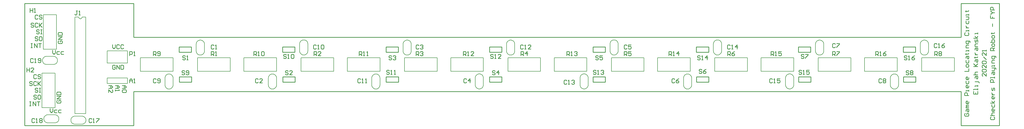
<source format=gto>
G04*
G04 #@! TF.GenerationSoftware,Altium Limited,Altium Designer,21.2.2 (38)*
G04*
G04 Layer_Color=65535*
%FSLAX25Y25*%
%MOIN*%
G70*
G04*
G04 #@! TF.SameCoordinates,B0292683-A3BF-4B68-AAF6-4A0ED23DE7E7*
G04*
G04*
G04 #@! TF.FilePolarity,Positive*
G04*
G01*
G75*
%ADD10C,0.00787*%
%ADD11C,0.01000*%
D10*
X41496Y88583D02*
X42468Y88663D01*
X43413Y88903D01*
X44307Y89294D01*
X45123Y89828D01*
X45841Y90488D01*
X46440Y91258D01*
X46904Y92116D01*
X47221Y93038D01*
X47381Y94001D01*
Y94976D01*
X47221Y95938D01*
X46904Y96860D01*
X46440Y97718D01*
X45841Y98488D01*
X45123Y99148D01*
X44307Y99682D01*
X43413Y100074D01*
X42468Y100313D01*
X41496Y100394D01*
X31496D02*
X30524Y100313D01*
X29578Y100074D01*
X28685Y99682D01*
X27869Y99148D01*
X27151Y98488D01*
X26552Y97718D01*
X26088Y96860D01*
X25771Y95938D01*
X25611Y94976D01*
Y94000D01*
X25771Y93038D01*
X26088Y92116D01*
X26552Y91258D01*
X27151Y90488D01*
X27869Y89828D01*
X28685Y89294D01*
X29578Y88903D01*
X30524Y88663D01*
X31496Y88583D01*
X77992Y157362D02*
X78182Y156405D01*
X78724Y155594D01*
X79535Y155052D01*
X80492Y154862D01*
X81449Y155052D01*
X82260Y155594D01*
X82802Y156405D01*
X82992Y157362D01*
X82677Y1969D02*
X83649Y2049D01*
X84595Y2289D01*
X85488Y2680D01*
X86304Y3214D01*
X87022Y3874D01*
X87621Y4644D01*
X88085Y5502D01*
X88402Y6424D01*
X88563Y7386D01*
Y8362D01*
X88402Y9324D01*
X88085Y10246D01*
X87621Y11104D01*
X87022Y11874D01*
X86304Y12534D01*
X85488Y13068D01*
X84595Y13460D01*
X83649Y13699D01*
X82677Y13780D01*
X72677D02*
X71705Y13699D01*
X70760Y13460D01*
X69867Y13068D01*
X69050Y12534D01*
X68332Y11874D01*
X67733Y11104D01*
X67269Y10246D01*
X66952Y9324D01*
X66792Y8362D01*
Y7386D01*
X66952Y6424D01*
X67269Y5502D01*
X67733Y4644D01*
X68332Y3874D01*
X69050Y3214D01*
X69866Y2680D01*
X70760Y2289D01*
X71705Y2049D01*
X72677Y1969D01*
X259842Y118110D02*
X259762Y119082D01*
X259523Y120028D01*
X259131Y120921D01*
X258597Y121738D01*
X257937Y122455D01*
X257167Y123054D01*
X256309Y123518D01*
X255387Y123835D01*
X254425Y123996D01*
X253449D01*
X252487Y123835D01*
X251565Y123518D01*
X250707Y123054D01*
X249937Y122455D01*
X249277Y121738D01*
X248743Y120921D01*
X248352Y120028D01*
X248112Y119082D01*
X248031Y118110D01*
Y108110D02*
X248112Y107138D01*
X248352Y106193D01*
X248743Y105299D01*
X249277Y104483D01*
X249937Y103765D01*
X250707Y103166D01*
X251565Y102702D01*
X252487Y102385D01*
X253449Y102225D01*
X254425D01*
X255387Y102385D01*
X256309Y102702D01*
X257167Y103166D01*
X257937Y103765D01*
X258597Y104483D01*
X259131Y105299D01*
X259523Y106193D01*
X259762Y107138D01*
X259842Y108110D01*
X352362Y58898D02*
X352443Y57926D01*
X352682Y56980D01*
X353074Y56087D01*
X353607Y55270D01*
X354268Y54553D01*
X355038Y53954D01*
X355895Y53490D01*
X356818Y53173D01*
X357780Y53012D01*
X358755D01*
X359717Y53173D01*
X360640Y53490D01*
X361498Y53954D01*
X362267Y54553D01*
X362928Y55270D01*
X363461Y56087D01*
X363853Y56980D01*
X364093Y57926D01*
X364173Y58898D01*
Y68898D02*
X364093Y69870D01*
X363853Y70815D01*
X363461Y71708D01*
X362928Y72525D01*
X362267Y73242D01*
X361498Y73842D01*
X360640Y74306D01*
X359717Y74622D01*
X358755Y74783D01*
X357780D01*
X356818Y74622D01*
X355895Y74306D01*
X355038Y73842D01*
X354268Y73242D01*
X353607Y72525D01*
X353074Y71708D01*
X352682Y70815D01*
X352443Y69870D01*
X352362Y68898D01*
X559055Y118110D02*
X558975Y119082D01*
X558735Y120028D01*
X558343Y120921D01*
X557810Y121738D01*
X557149Y122455D01*
X556380Y123054D01*
X555522Y123518D01*
X554599Y123835D01*
X553637Y123996D01*
X552662D01*
X551700Y123835D01*
X550777Y123518D01*
X549920Y123054D01*
X549150Y122455D01*
X548489Y121738D01*
X547956Y120921D01*
X547564Y120028D01*
X547325Y119082D01*
X547244Y118110D01*
Y108110D02*
X547325Y107138D01*
X547564Y106193D01*
X547956Y105299D01*
X548489Y104483D01*
X549150Y103765D01*
X549920Y103166D01*
X550777Y102702D01*
X551700Y102385D01*
X552662Y102225D01*
X553637D01*
X554599Y102385D01*
X555522Y102702D01*
X556380Y103166D01*
X557149Y103765D01*
X557810Y104483D01*
X558343Y105299D01*
X558735Y106193D01*
X558975Y107138D01*
X559055Y108110D01*
X651575Y59055D02*
X651655Y58083D01*
X651895Y57138D01*
X652287Y56244D01*
X652820Y55428D01*
X653481Y54710D01*
X654250Y54111D01*
X655108Y53647D01*
X656031Y53330D01*
X656993Y53170D01*
X657968D01*
X658930Y53330D01*
X659853Y53647D01*
X660710Y54111D01*
X661480Y54710D01*
X662141Y55428D01*
X662674Y56244D01*
X663066Y57138D01*
X663305Y58083D01*
X663386Y59055D01*
Y69055D02*
X663305Y70027D01*
X663066Y70973D01*
X662674Y71866D01*
X662141Y72682D01*
X661480Y73400D01*
X660710Y73999D01*
X659853Y74463D01*
X658930Y74780D01*
X657968Y74941D01*
X656993D01*
X656031Y74780D01*
X655108Y74463D01*
X654250Y73999D01*
X653481Y73400D01*
X652820Y72682D01*
X652287Y71866D01*
X651895Y70973D01*
X651655Y70027D01*
X651575Y69055D01*
X858268Y118268D02*
X858187Y119240D01*
X857948Y120185D01*
X857556Y121078D01*
X857022Y121895D01*
X856362Y122613D01*
X855592Y123212D01*
X854734Y123676D01*
X853812Y123993D01*
X852850Y124153D01*
X851875D01*
X850912Y123993D01*
X849990Y123676D01*
X849132Y123212D01*
X848363Y122613D01*
X847702Y121895D01*
X847169Y121078D01*
X846777Y120185D01*
X846537Y119240D01*
X846457Y118268D01*
Y108268D02*
X846537Y107296D01*
X846777Y106350D01*
X847169Y105457D01*
X847702Y104640D01*
X848363Y103923D01*
X849132Y103324D01*
X849990Y102860D01*
X850912Y102543D01*
X851875Y102382D01*
X852850D01*
X853812Y102543D01*
X854734Y102860D01*
X855592Y103324D01*
X856362Y103923D01*
X857022Y104640D01*
X857556Y105457D01*
X857948Y106350D01*
X858187Y107296D01*
X858268Y108268D01*
X952756Y58898D02*
X952836Y57926D01*
X953076Y56980D01*
X953468Y56087D01*
X954001Y55270D01*
X954662Y54553D01*
X955431Y53954D01*
X956289Y53490D01*
X957212Y53173D01*
X958174Y53012D01*
X959149D01*
X960111Y53173D01*
X961034Y53490D01*
X961891Y53954D01*
X962661Y54553D01*
X963322Y55270D01*
X963855Y56087D01*
X964247Y56980D01*
X964486Y57926D01*
X964567Y58898D01*
Y68898D02*
X964486Y69870D01*
X964247Y70815D01*
X963855Y71708D01*
X963322Y72525D01*
X962661Y73242D01*
X961891Y73842D01*
X961034Y74306D01*
X960111Y74622D01*
X959149Y74783D01*
X958174D01*
X957212Y74622D01*
X956289Y74306D01*
X955431Y73842D01*
X954662Y73242D01*
X954001Y72525D01*
X953468Y71708D01*
X953076Y70815D01*
X952836Y69870D01*
X952756Y68898D01*
X1143701Y108110D02*
X1143781Y107138D01*
X1144021Y106193D01*
X1144413Y105299D01*
X1144946Y104483D01*
X1145607Y103765D01*
X1146376Y103166D01*
X1147234Y102702D01*
X1148157Y102385D01*
X1149119Y102225D01*
X1150094D01*
X1151056Y102385D01*
X1151978Y102702D01*
X1152836Y103166D01*
X1153606Y103765D01*
X1154267Y104483D01*
X1154800Y105299D01*
X1155192Y106193D01*
X1155431Y107138D01*
X1155512Y108110D01*
Y118110D02*
X1155431Y119082D01*
X1155192Y120028D01*
X1154800Y120921D01*
X1154267Y121738D01*
X1153606Y122455D01*
X1152836Y123054D01*
X1151978Y123518D01*
X1151056Y123835D01*
X1150094Y123996D01*
X1149119D01*
X1148157Y123835D01*
X1147234Y123518D01*
X1146376Y123054D01*
X1145607Y122455D01*
X1144946Y121738D01*
X1144413Y120921D01*
X1144021Y120028D01*
X1143781Y119082D01*
X1143701Y118110D01*
X1263780Y68898D02*
X1263699Y69870D01*
X1263459Y70815D01*
X1263068Y71708D01*
X1262534Y72525D01*
X1261874Y73242D01*
X1261104Y73842D01*
X1260246Y74306D01*
X1259324Y74622D01*
X1258362Y74783D01*
X1257386D01*
X1256424Y74622D01*
X1255502Y74306D01*
X1254644Y73842D01*
X1253874Y73242D01*
X1253214Y72525D01*
X1252680Y71708D01*
X1252289Y70815D01*
X1252049Y69870D01*
X1251968Y68898D01*
Y58898D02*
X1252049Y57926D01*
X1252289Y56980D01*
X1252680Y56087D01*
X1253214Y55270D01*
X1253874Y54553D01*
X1254644Y53954D01*
X1255502Y53490D01*
X1256424Y53173D01*
X1257386Y53012D01*
X1258362D01*
X1259324Y53173D01*
X1260246Y53490D01*
X1261104Y53954D01*
X1261874Y54553D01*
X1262534Y55270D01*
X1263068Y56087D01*
X1263459Y56980D01*
X1263699Y57926D01*
X1263780Y58898D01*
X214567Y68898D02*
X214486Y69870D01*
X214247Y70815D01*
X213855Y71708D01*
X213322Y72525D01*
X212661Y73242D01*
X211891Y73842D01*
X211034Y74306D01*
X210111Y74622D01*
X209149Y74783D01*
X208174D01*
X207212Y74622D01*
X206289Y74306D01*
X205431Y73842D01*
X204662Y73242D01*
X204001Y72525D01*
X203468Y71708D01*
X203076Y70815D01*
X202836Y69870D01*
X202756Y68898D01*
Y58898D02*
X202836Y57926D01*
X203076Y56980D01*
X203468Y56087D01*
X204001Y55270D01*
X204662Y54553D01*
X205431Y53954D01*
X206289Y53490D01*
X207212Y53173D01*
X208174Y53012D01*
X209149D01*
X210111Y53173D01*
X211034Y53490D01*
X211891Y53954D01*
X212661Y54553D01*
X213322Y55270D01*
X213855Y56087D01*
X214247Y56980D01*
X214486Y57926D01*
X214567Y58898D01*
X397638Y108268D02*
X397718Y107296D01*
X397958Y106350D01*
X398350Y105457D01*
X398883Y104640D01*
X399544Y103923D01*
X400313Y103324D01*
X401171Y102860D01*
X402094Y102543D01*
X403056Y102382D01*
X404031D01*
X404993Y102543D01*
X405915Y102860D01*
X406773Y103324D01*
X407543Y103923D01*
X408204Y104640D01*
X408737Y105457D01*
X409129Y106350D01*
X409368Y107296D01*
X409449Y108268D01*
Y118268D02*
X409368Y119240D01*
X409129Y120185D01*
X408737Y121078D01*
X408204Y121895D01*
X407543Y122613D01*
X406773Y123212D01*
X405915Y123676D01*
X404993Y123993D01*
X404031Y124153D01*
X403056D01*
X402094Y123993D01*
X401171Y123676D01*
X400313Y123212D01*
X399544Y122613D01*
X398883Y121895D01*
X398350Y121078D01*
X397958Y120185D01*
X397718Y119240D01*
X397638Y118268D01*
X513779Y68898D02*
X513699Y69870D01*
X513460Y70815D01*
X513068Y71708D01*
X512534Y72525D01*
X511874Y73242D01*
X511104Y73842D01*
X510246Y74306D01*
X509324Y74622D01*
X508362Y74783D01*
X507386D01*
X506424Y74622D01*
X505502Y74306D01*
X504644Y73842D01*
X503874Y73242D01*
X503214Y72525D01*
X502680Y71708D01*
X502288Y70815D01*
X502049Y69870D01*
X501968Y68898D01*
Y58898D02*
X502049Y57926D01*
X502288Y56980D01*
X502680Y56087D01*
X503214Y55270D01*
X503874Y54553D01*
X504644Y53954D01*
X505502Y53490D01*
X506424Y53173D01*
X507386Y53012D01*
X508362D01*
X509324Y53173D01*
X510246Y53490D01*
X511104Y53954D01*
X511874Y54553D01*
X512534Y55270D01*
X513068Y56087D01*
X513460Y56980D01*
X513699Y57926D01*
X513779Y58898D01*
X696850Y108110D02*
X696931Y107138D01*
X697170Y106193D01*
X697562Y105299D01*
X698096Y104483D01*
X698756Y103765D01*
X699526Y103166D01*
X700384Y102702D01*
X701306Y102385D01*
X702268Y102225D01*
X703244D01*
X704206Y102385D01*
X705128Y102702D01*
X705986Y103166D01*
X706756Y103765D01*
X707416Y104483D01*
X707950Y105299D01*
X708341Y106193D01*
X708581Y107138D01*
X708661Y108110D01*
Y118110D02*
X708581Y119082D01*
X708341Y120028D01*
X707950Y120921D01*
X707416Y121738D01*
X706756Y122455D01*
X705986Y123054D01*
X705128Y123518D01*
X704206Y123835D01*
X703244Y123996D01*
X702268D01*
X701306Y123835D01*
X700384Y123518D01*
X699526Y123054D01*
X698756Y122455D01*
X698096Y121738D01*
X697562Y120921D01*
X697170Y120028D01*
X696931Y119082D01*
X696850Y118110D01*
X814961Y69055D02*
X814880Y70027D01*
X814641Y70973D01*
X814249Y71866D01*
X813715Y72682D01*
X813055Y73400D01*
X812285Y73999D01*
X811427Y74463D01*
X810505Y74780D01*
X809543Y74941D01*
X808568D01*
X807605Y74780D01*
X806683Y74463D01*
X805825Y73999D01*
X805055Y73400D01*
X804395Y72682D01*
X803861Y71866D01*
X803470Y70973D01*
X803230Y70027D01*
X803150Y69055D01*
Y59055D02*
X803230Y58083D01*
X803470Y57138D01*
X803861Y56244D01*
X804395Y55428D01*
X805055Y54710D01*
X805825Y54111D01*
X806683Y53647D01*
X807605Y53330D01*
X808567Y53170D01*
X809543D01*
X810505Y53330D01*
X811427Y53647D01*
X812285Y54111D01*
X813055Y54710D01*
X813715Y55428D01*
X814249Y56244D01*
X814641Y57138D01*
X814880Y58083D01*
X814961Y59055D01*
X996063Y108268D02*
X996144Y107296D01*
X996383Y106350D01*
X996775Y105457D01*
X997308Y104640D01*
X997969Y103923D01*
X998738Y103324D01*
X999596Y102860D01*
X1000519Y102543D01*
X1001481Y102382D01*
X1002456D01*
X1003418Y102543D01*
X1004341Y102860D01*
X1005198Y103324D01*
X1005968Y103923D01*
X1006629Y104640D01*
X1007162Y105457D01*
X1007554Y106350D01*
X1007794Y107296D01*
X1007874Y108268D01*
Y118268D02*
X1007794Y119240D01*
X1007554Y120185D01*
X1007162Y121078D01*
X1006629Y121895D01*
X1005968Y122613D01*
X1005198Y123212D01*
X1004341Y123676D01*
X1003418Y123993D01*
X1002456Y124153D01*
X1001481D01*
X1000519Y123993D01*
X999596Y123676D01*
X998738Y123212D01*
X997969Y122613D01*
X997308Y121895D01*
X996775Y121078D01*
X996383Y120185D01*
X996144Y119240D01*
X996063Y118268D01*
X1100394Y59055D02*
X1100474Y58083D01*
X1100714Y57138D01*
X1101105Y56244D01*
X1101639Y55428D01*
X1102299Y54710D01*
X1103069Y54111D01*
X1103927Y53647D01*
X1104850Y53330D01*
X1105812Y53170D01*
X1106787D01*
X1107749Y53330D01*
X1108671Y53647D01*
X1109529Y54111D01*
X1110299Y54710D01*
X1110960Y55428D01*
X1111493Y56244D01*
X1111885Y57138D01*
X1112124Y58083D01*
X1112205Y59055D01*
Y69055D02*
X1112124Y70027D01*
X1111885Y70973D01*
X1111493Y71866D01*
X1110960Y72682D01*
X1110299Y73400D01*
X1109529Y73999D01*
X1108671Y74463D01*
X1107749Y74780D01*
X1106787Y74941D01*
X1105812D01*
X1104850Y74780D01*
X1103927Y74463D01*
X1103069Y73999D01*
X1102299Y73400D01*
X1101639Y72682D01*
X1101105Y71866D01*
X1100714Y70973D01*
X1100474Y70027D01*
X1100394Y69055D01*
X1295276Y108110D02*
X1295356Y107138D01*
X1295596Y106193D01*
X1295987Y105299D01*
X1296521Y104483D01*
X1297181Y103765D01*
X1297951Y103166D01*
X1298809Y102702D01*
X1299731Y102385D01*
X1300693Y102225D01*
X1301669D01*
X1302631Y102385D01*
X1303553Y102702D01*
X1304411Y103166D01*
X1305181Y103765D01*
X1305841Y104483D01*
X1306375Y105299D01*
X1306767Y106193D01*
X1307006Y107138D01*
X1307087Y108110D01*
Y118110D02*
X1307006Y119082D01*
X1306767Y120028D01*
X1306375Y120921D01*
X1305841Y121738D01*
X1305181Y122455D01*
X1304411Y123054D01*
X1303553Y123518D01*
X1302631Y123835D01*
X1301669Y123996D01*
X1300693D01*
X1299731Y123835D01*
X1298809Y123518D01*
X1297951Y123054D01*
X1297181Y122455D01*
X1296521Y121738D01*
X1295987Y120921D01*
X1295596Y120028D01*
X1295356Y119082D01*
X1295276Y118110D01*
X33465Y15748D02*
X32493Y15667D01*
X31547Y15428D01*
X30654Y15036D01*
X29837Y14503D01*
X29120Y13842D01*
X28521Y13072D01*
X28056Y12215D01*
X27740Y11292D01*
X27579Y10330D01*
Y9355D01*
X27740Y8393D01*
X28056Y7470D01*
X28521Y6612D01*
X29120Y5843D01*
X29837Y5182D01*
X30654Y4649D01*
X31547Y4257D01*
X32493Y4018D01*
X33465Y3937D01*
X43464D02*
X44436Y4018D01*
X45382Y4257D01*
X46275Y4649D01*
X47092Y5182D01*
X47809Y5843D01*
X48408Y6612D01*
X48873Y7470D01*
X49189Y8393D01*
X49350Y9355D01*
Y10330D01*
X49189Y11292D01*
X48873Y12215D01*
X48408Y13073D01*
X47809Y13842D01*
X47092Y14503D01*
X46275Y15036D01*
X45382Y15428D01*
X44436Y15667D01*
X43464Y15748D01*
X43839Y26181D02*
Y76181D01*
X24843Y26181D02*
X43839D01*
X24843D02*
Y76181D01*
X36870D01*
X31870D02*
X43839D01*
X31496Y88583D02*
X41496D01*
X31496Y100394D02*
X41496D01*
X45965Y110827D02*
Y160827D01*
X26969Y110827D02*
X45965D01*
X26969D02*
Y160827D01*
X38996D01*
X33996D02*
X45965D01*
X72697Y17362D02*
Y157362D01*
Y17362D02*
X88110D01*
Y157362D01*
X82992D02*
X88110D01*
X72697D02*
X77992D01*
X72677Y1969D02*
X82677D01*
X72677Y13780D02*
X82677D01*
X250000Y78740D02*
Y98425D01*
X297244D01*
Y88583D02*
Y98425D01*
X250000Y78740D02*
X297244D01*
Y88583D01*
X446850Y78740D02*
Y88583D01*
X399606Y78740D02*
X446850D01*
Y88583D02*
Y98425D01*
X399606D02*
X446850D01*
X399606Y78740D02*
Y98425D01*
X549213Y78740D02*
Y98425D01*
X596457D01*
Y88583D02*
Y98425D01*
X549213Y78740D02*
X596457D01*
Y88583D01*
X746063Y78740D02*
Y88583D01*
X698819Y78740D02*
X746063D01*
Y88583D02*
Y98425D01*
X698819D02*
X746063D01*
X698819Y78740D02*
Y98425D01*
X848425Y78740D02*
Y98425D01*
X895669D01*
Y88583D02*
Y98425D01*
X848425Y78740D02*
X895669D01*
Y88583D01*
X1194882Y78740D02*
Y88583D01*
X1147638Y78740D02*
X1194882D01*
Y88583D02*
Y98425D01*
X1147638D02*
X1194882D01*
X1147638Y78740D02*
Y98425D01*
X1297244Y78740D02*
Y98425D01*
X1344488D01*
Y88583D02*
Y98425D01*
X1297244Y78740D02*
X1344488D01*
Y88583D01*
X214567Y78740D02*
Y88583D01*
X167323Y78740D02*
X214567D01*
Y88583D02*
Y98425D01*
X167323D02*
X214567D01*
X167323Y78740D02*
Y98425D01*
X316929Y78740D02*
Y98425D01*
X364173D01*
Y88583D02*
Y98425D01*
X316929Y78740D02*
X364173D01*
Y88583D01*
X513780Y78740D02*
Y88583D01*
X466535Y78740D02*
X513780D01*
Y88583D02*
Y98425D01*
X466535D02*
X513780D01*
X466535Y78740D02*
Y98425D01*
X616142Y78740D02*
Y98425D01*
X663386D01*
Y88583D02*
Y98425D01*
X616142Y78740D02*
X663386D01*
Y88583D01*
X812992Y78740D02*
Y88583D01*
X765748Y78740D02*
X812992D01*
Y88583D02*
Y98425D01*
X765748D02*
X812992D01*
X765748Y78740D02*
Y98425D01*
X915354Y78740D02*
Y98425D01*
X962598D01*
Y88583D02*
Y98425D01*
X915354Y78740D02*
X962598D01*
Y88583D01*
X1112205Y78740D02*
Y88583D01*
X1064961Y78740D02*
X1112205D01*
Y88583D02*
Y98425D01*
X1064961D02*
X1112205D01*
X1064961Y78740D02*
Y98425D01*
X1214567Y78740D02*
Y98425D01*
X1261811D01*
Y88583D02*
Y98425D01*
X1214567Y78740D02*
X1261811D01*
Y88583D01*
X1045276Y78740D02*
Y88583D01*
X998032Y78740D02*
X1045276D01*
Y88583D02*
Y98425D01*
X998032D02*
X1045276D01*
X998032Y78740D02*
Y98425D01*
X259843Y108110D02*
Y118110D01*
X248032Y108110D02*
Y118110D01*
X352362Y58898D02*
Y68898D01*
X364173Y58898D02*
Y68898D01*
X559055Y108110D02*
Y118110D01*
X547244Y108110D02*
Y118110D01*
X651575Y59055D02*
Y69055D01*
X663386Y59055D02*
Y69055D01*
X858268Y108268D02*
Y118268D01*
X846457Y108268D02*
Y118268D01*
X952756Y58898D02*
Y68898D01*
X964567Y58898D02*
Y68898D01*
X1143701Y108110D02*
Y118110D01*
X1155512Y108110D02*
Y118110D01*
X1263780Y58898D02*
Y68898D01*
X1251969Y58898D02*
Y68898D01*
X214567Y58898D02*
Y68898D01*
X202756Y58898D02*
Y68898D01*
X397638Y108268D02*
Y118268D01*
X409449Y108268D02*
Y118268D01*
X513780Y58898D02*
Y68898D01*
X501969Y58898D02*
Y68898D01*
X696850Y108110D02*
Y118110D01*
X708661Y108110D02*
Y118110D01*
X814961Y59055D02*
Y69055D01*
X803150Y59055D02*
Y69055D01*
X996063Y108268D02*
Y118268D01*
X1007874Y108268D02*
Y118268D01*
X1100394Y59055D02*
Y69055D01*
X1112205Y59055D02*
Y69055D01*
X1295276Y108110D02*
Y118110D01*
X1307087Y108110D02*
Y118110D01*
X33465Y15748D02*
X43465D01*
X33465Y3937D02*
X43465D01*
X119094Y61024D02*
X148622D01*
X119094D02*
Y68898D01*
X148622D01*
Y61024D02*
Y68898D01*
Y61024D02*
Y62500D01*
Y90551D02*
Y101870D01*
Y96949D02*
Y108268D01*
X119094Y90551D02*
Y108268D01*
Y90551D02*
X148622D01*
X119094Y108268D02*
X148622D01*
D11*
X223346Y106299D02*
Y114173D01*
Y106299D02*
X241063D01*
Y114173D01*
X223346D02*
X241063D01*
X373110Y62992D02*
X390827D01*
X373110D02*
Y70866D01*
X390827D01*
Y62992D02*
Y70866D01*
X522559Y106299D02*
Y114173D01*
Y106299D02*
X540276D01*
Y114173D01*
X522559D02*
X540276D01*
X672323Y62992D02*
X690039D01*
X672323D02*
Y70866D01*
X690039D01*
Y62992D02*
Y70866D01*
X821772Y106299D02*
Y114173D01*
Y106299D02*
X839488D01*
Y114173D01*
X821772D02*
X839488D01*
X971535Y62992D02*
X989252D01*
X971535D02*
Y70866D01*
X989252D01*
Y62992D02*
Y70866D01*
X1119016Y106299D02*
Y114173D01*
Y106299D02*
X1136732D01*
Y114173D01*
X1119016D02*
X1136732D01*
X1270748Y62992D02*
X1288465D01*
X1270748D02*
Y70866D01*
X1288465D01*
Y62992D02*
Y70866D01*
X241220Y62992D02*
Y70866D01*
X223504D02*
X241220D01*
X223504Y62992D02*
Y70866D01*
Y62992D02*
X241220D01*
X372953Y114173D02*
X390669D01*
Y106299D02*
Y114173D01*
X372953Y106299D02*
X390669D01*
X372953D02*
Y114173D01*
X540433Y62992D02*
Y70866D01*
X522717D02*
X540433D01*
X522717Y62992D02*
Y70866D01*
Y62992D02*
X540433D01*
X672165Y114173D02*
X689882D01*
Y106299D02*
Y114173D01*
X672165Y106299D02*
X689882D01*
X672165D02*
Y114173D01*
X839646Y62992D02*
Y70866D01*
X821929D02*
X839646D01*
X821929Y62992D02*
Y70866D01*
Y62992D02*
X839646D01*
X971378Y114173D02*
X989094D01*
Y106299D02*
Y114173D01*
X971378Y106299D02*
X989094D01*
X971378D02*
Y114173D01*
X1136890Y62992D02*
Y70866D01*
X1119173D02*
X1136890D01*
X1119173Y62992D02*
Y70866D01*
Y62992D02*
X1136890D01*
X1270591Y114173D02*
X1288307D01*
Y106299D02*
Y114173D01*
X1270591Y106299D02*
X1288307D01*
X1270591D02*
Y114173D01*
X157480Y127953D02*
Y177165D01*
X0D02*
X157480D01*
X0Y0D02*
Y177165D01*
Y0D02*
X157480D01*
Y49213D01*
X1354331D01*
Y0D02*
Y49213D01*
Y0D02*
X1409449D01*
Y177165D01*
X1354331D02*
X1409449D01*
X1354331Y127953D02*
Y177165D01*
X157480Y127953D02*
X1354331D01*
X126984Y117234D02*
Y113236D01*
X128984Y111236D01*
X130983Y113236D01*
Y117234D01*
X136981Y116235D02*
X135981Y117234D01*
X133982D01*
X132982Y116235D01*
Y112236D01*
X133982Y111236D01*
X135981D01*
X136981Y112236D01*
X142979Y116235D02*
X141979Y117234D01*
X139980D01*
X138980Y116235D01*
Y112236D01*
X139980Y111236D01*
X141979D01*
X142979Y112236D01*
X2876Y83708D02*
Y77710D01*
Y80709D01*
X6874D01*
Y83708D01*
Y77710D01*
X12872D02*
X8874D01*
X12872Y81708D01*
Y82708D01*
X11873Y83708D01*
X9873D01*
X8874Y82708D01*
X6905Y34557D02*
X8905D01*
X7905D01*
Y28559D01*
X6905D01*
X8905D01*
X11904D02*
Y34557D01*
X15903Y28559D01*
Y34557D01*
X17902D02*
X21901D01*
X19901D01*
Y28559D01*
X16810Y43400D02*
X15810Y44400D01*
X13811D01*
X12811Y43400D01*
Y42400D01*
X13811Y41401D01*
X15810D01*
X16810Y40401D01*
Y39401D01*
X15810Y38402D01*
X13811D01*
X12811Y39401D01*
X21808Y44400D02*
X19809D01*
X18809Y43400D01*
Y39401D01*
X19809Y38402D01*
X21808D01*
X22808Y39401D01*
Y43400D01*
X21808Y44400D01*
X36433Y24715D02*
Y20716D01*
X38432Y18717D01*
X40432Y20716D01*
Y24715D01*
X46430Y22715D02*
X43431D01*
X42431Y21716D01*
Y19716D01*
X43431Y18717D01*
X46430D01*
X52428Y22715D02*
X49429D01*
X48429Y21716D01*
Y19716D01*
X49429Y18717D01*
X52428D01*
X47151Y36810D02*
X46152Y35810D01*
Y33811D01*
X47151Y32811D01*
X51150D01*
X52150Y33811D01*
Y35810D01*
X51150Y36810D01*
X49151D01*
Y34810D01*
X52150Y38809D02*
X46152D01*
X52150Y42808D01*
X46152D01*
Y44807D02*
X52150D01*
Y47806D01*
X51150Y48806D01*
X47151D01*
X46152Y47806D01*
Y44807D01*
X16810Y72927D02*
X15810Y73927D01*
X13811D01*
X12811Y72927D01*
Y68929D01*
X13811Y67929D01*
X15810D01*
X16810Y68929D01*
X22808Y72927D02*
X21808Y73927D01*
X19809D01*
X18809Y72927D01*
Y71928D01*
X19809Y70928D01*
X21808D01*
X22808Y69928D01*
Y68929D01*
X21808Y67929D01*
X19809D01*
X18809Y68929D01*
X10904Y63085D02*
X9905Y64085D01*
X7905D01*
X6905Y63085D01*
Y62085D01*
X7905Y61086D01*
X9905D01*
X10904Y60086D01*
Y59086D01*
X9905Y58087D01*
X7905D01*
X6905Y59086D01*
X16902Y63085D02*
X15903Y64085D01*
X13903D01*
X12904Y63085D01*
Y59086D01*
X13903Y58087D01*
X15903D01*
X16902Y59086D01*
X18902Y64085D02*
Y58087D01*
Y60086D01*
X22900Y64085D01*
X19901Y61086D01*
X22900Y58087D01*
X18778Y53242D02*
X17779Y54242D01*
X15779D01*
X14780Y53242D01*
Y52243D01*
X15779Y51243D01*
X17779D01*
X18778Y50243D01*
Y49244D01*
X17779Y48244D01*
X15779D01*
X14780Y49244D01*
X20778Y54242D02*
X22777D01*
X21777D01*
Y48244D01*
X20778D01*
X22777D01*
X12249Y96487D02*
X11249Y97487D01*
X9250D01*
X8250Y96487D01*
Y92489D01*
X9250Y91489D01*
X11249D01*
X12249Y92489D01*
X14248Y91489D02*
X16248D01*
X15248D01*
Y97487D01*
X14248Y96487D01*
X19247Y92489D02*
X20246Y91489D01*
X22246D01*
X23246Y92489D01*
Y96487D01*
X22246Y97487D01*
X20246D01*
X19247Y96487D01*
Y95488D01*
X20246Y94488D01*
X23246D01*
X7700Y170198D02*
Y164200D01*
Y167199D01*
X11699D01*
Y170198D01*
Y164200D01*
X13698D02*
X15697D01*
X14698D01*
Y170198D01*
X13698Y169198D01*
X8874Y119203D02*
X10873D01*
X9874D01*
Y113205D01*
X8874D01*
X10873D01*
X13872D02*
Y119203D01*
X17871Y113205D01*
Y119203D01*
X19871D02*
X23869D01*
X21870D01*
Y113205D01*
X18778Y128046D02*
X17779Y129045D01*
X15779D01*
X14780Y128046D01*
Y127046D01*
X15779Y126046D01*
X17779D01*
X18778Y125047D01*
Y124047D01*
X17779Y123047D01*
X15779D01*
X14780Y124047D01*
X23777Y129045D02*
X21777D01*
X20778Y128046D01*
Y124047D01*
X21777Y123047D01*
X23777D01*
X24776Y124047D01*
Y128046D01*
X23777Y129045D01*
X40370Y109360D02*
Y105362D01*
X42369Y103362D01*
X44369Y105362D01*
Y109360D01*
X50367Y107361D02*
X47368D01*
X46368Y106361D01*
Y104362D01*
X47368Y103362D01*
X50367D01*
X56365Y107361D02*
X53366D01*
X52366Y106361D01*
Y104362D01*
X53366Y103362D01*
X56365D01*
X49120Y123109D02*
X48120Y122109D01*
Y120110D01*
X49120Y119110D01*
X53118D01*
X54118Y120110D01*
Y122109D01*
X53118Y123109D01*
X51119D01*
Y121110D01*
X54118Y125108D02*
X48120D01*
X54118Y129107D01*
X48120D01*
Y131106D02*
X54118D01*
Y134105D01*
X53118Y135105D01*
X49120D01*
X48120Y134105D01*
Y131106D01*
X18778Y159542D02*
X17779Y160541D01*
X15779D01*
X14780Y159542D01*
Y155543D01*
X15779Y154543D01*
X17779D01*
X18778Y155543D01*
X24776Y159542D02*
X23777Y160541D01*
X21777D01*
X20778Y159542D01*
Y158542D01*
X21777Y157542D01*
X23777D01*
X24776Y156543D01*
Y155543D01*
X23777Y154543D01*
X21777D01*
X20778Y155543D01*
X12873Y147731D02*
X11873Y148730D01*
X9874D01*
X8874Y147731D01*
Y146731D01*
X9874Y145731D01*
X11873D01*
X12873Y144732D01*
Y143732D01*
X11873Y142732D01*
X9874D01*
X8874Y143732D01*
X18871Y147731D02*
X17871Y148730D01*
X15872D01*
X14872Y147731D01*
Y143732D01*
X15872Y142732D01*
X17871D01*
X18871Y143732D01*
X20870Y148730D02*
Y142732D01*
Y144732D01*
X24869Y148730D01*
X21870Y145731D01*
X24869Y142732D01*
X20747Y137888D02*
X19747Y138888D01*
X17748D01*
X16748Y137888D01*
Y136889D01*
X17748Y135889D01*
X19747D01*
X20747Y134889D01*
Y133889D01*
X19747Y132890D01*
X17748D01*
X16748Y133889D01*
X22746Y138888D02*
X24745D01*
X23746D01*
Y132890D01*
X22746D01*
X24745D01*
X96737Y9480D02*
X95738Y10479D01*
X93738D01*
X92739Y9480D01*
Y5481D01*
X93738Y4481D01*
X95738D01*
X96737Y5481D01*
X98737Y4481D02*
X100736D01*
X99736D01*
Y10479D01*
X98737Y9480D01*
X103735Y10479D02*
X107734D01*
Y9480D01*
X103735Y5481D01*
Y4481D01*
X121079Y58055D02*
X125077D01*
X127077Y56056D01*
X125077Y54056D01*
X121079D01*
X124078D01*
Y58055D01*
X121079Y48058D02*
Y52057D01*
X125077Y48058D01*
X126077D01*
X127077Y49058D01*
Y51057D01*
X126077Y52057D01*
X130921Y58055D02*
X134920D01*
X136919Y56056D01*
X134920Y54056D01*
X130921D01*
X133920D01*
Y58055D01*
X130921Y52057D02*
Y50058D01*
Y51057D01*
X136919D01*
X135920Y52057D01*
X140764Y58055D02*
X144763D01*
X146762Y56056D01*
X144763Y54056D01*
X140764D01*
X143763D01*
Y58055D01*
X145762Y52057D02*
X146762Y51057D01*
Y49058D01*
X145762Y48058D01*
X141763D01*
X140764Y49058D01*
Y51057D01*
X141763Y52057D01*
X145762D01*
X130983Y86707D02*
X129983Y87707D01*
X127984D01*
X126984Y86707D01*
Y82708D01*
X127984Y81709D01*
X129983D01*
X130983Y82708D01*
Y84708D01*
X128984D01*
X132982Y81709D02*
Y87707D01*
X136981Y81709D01*
Y87707D01*
X138980D02*
Y81709D01*
X141979D01*
X142979Y82708D01*
Y86707D01*
X141979Y87707D01*
X138980D01*
X151513Y101332D02*
Y107330D01*
X154512D01*
X155512Y106330D01*
Y104331D01*
X154512Y103331D01*
X151513D01*
X157511Y101332D02*
X159511D01*
X158511D01*
Y107330D01*
X157511Y106330D01*
X151513Y61962D02*
Y65960D01*
X153513Y67960D01*
X155512Y65960D01*
Y61962D01*
Y64961D01*
X151513D01*
X157511Y61962D02*
X159511D01*
X158511D01*
Y67960D01*
X157511Y66960D01*
X1360112Y17871D02*
X1359113Y16871D01*
Y14872D01*
X1360112Y13872D01*
X1364111D01*
X1365111Y14872D01*
Y16871D01*
X1364111Y17871D01*
X1362112D01*
Y15872D01*
X1361112Y20870D02*
Y22870D01*
X1362112Y23869D01*
X1365111D01*
Y20870D01*
X1364111Y19871D01*
X1363111Y20870D01*
Y23869D01*
X1365111Y25868D02*
X1361112D01*
Y26868D01*
X1362112Y27868D01*
X1365111D01*
X1362112D01*
X1361112Y28868D01*
X1362112Y29867D01*
X1365111D01*
Y34866D02*
Y32866D01*
X1364111Y31867D01*
X1362112D01*
X1361112Y32866D01*
Y34866D01*
X1362112Y35865D01*
X1363111D01*
Y31867D01*
X1365111Y43863D02*
X1359113D01*
Y46862D01*
X1360112Y47861D01*
X1362112D01*
X1363111Y46862D01*
Y43863D01*
X1365111Y49861D02*
Y51860D01*
Y50860D01*
X1361112D01*
Y49861D01*
X1365111Y57858D02*
Y55859D01*
X1364111Y54859D01*
X1362112D01*
X1361112Y55859D01*
Y57858D01*
X1362112Y58858D01*
X1363111D01*
Y54859D01*
X1361112Y64856D02*
Y61857D01*
X1362112Y60857D01*
X1364111D01*
X1365111Y61857D01*
Y64856D01*
Y69854D02*
Y67855D01*
X1364111Y66855D01*
X1362112D01*
X1361112Y67855D01*
Y69854D01*
X1362112Y70854D01*
X1363111D01*
Y66855D01*
X1359113Y78851D02*
X1365111D01*
Y82850D01*
Y85849D02*
Y87849D01*
X1364111Y88848D01*
X1362112D01*
X1361112Y87849D01*
Y85849D01*
X1362112Y84850D01*
X1364111D01*
X1365111Y85849D01*
X1361112Y94846D02*
Y91847D01*
X1362112Y90847D01*
X1364111D01*
X1365111Y91847D01*
Y94846D01*
X1361112Y97845D02*
Y99845D01*
X1362112Y100844D01*
X1365111D01*
Y97845D01*
X1364111Y96846D01*
X1363111Y97845D01*
Y100844D01*
X1360112Y103843D02*
X1361112D01*
Y102844D01*
Y104843D01*
Y103843D01*
X1364111D01*
X1365111Y104843D01*
Y107842D02*
Y109841D01*
Y108842D01*
X1361112D01*
Y107842D01*
X1365111Y112840D02*
X1361112D01*
Y115839D01*
X1362112Y116839D01*
X1365111D01*
X1367110Y120838D02*
Y121837D01*
X1366111Y122837D01*
X1361112D01*
Y119838D01*
X1362112Y118838D01*
X1364111D01*
X1365111Y119838D01*
Y122837D01*
X1360112Y134833D02*
X1359113Y133834D01*
Y131834D01*
X1360112Y130835D01*
X1364111D01*
X1365111Y131834D01*
Y133834D01*
X1364111Y134833D01*
X1365111Y136833D02*
Y138832D01*
Y137832D01*
X1361112D01*
Y136833D01*
Y141831D02*
X1365111D01*
X1363111D01*
X1362112Y142831D01*
X1361112Y143830D01*
Y144830D01*
Y151828D02*
Y148829D01*
X1362112Y147829D01*
X1364111D01*
X1365111Y148829D01*
Y151828D01*
X1361112Y153827D02*
X1364111D01*
X1365111Y154827D01*
Y157826D01*
X1361112D01*
X1365111Y159825D02*
Y161825D01*
Y160825D01*
X1361112D01*
Y159825D01*
X1360112Y165823D02*
X1361112D01*
Y164824D01*
Y166823D01*
Y165823D01*
X1364111D01*
X1365111Y166823D01*
X1390732Y75865D02*
Y71866D01*
X1386734Y75865D01*
X1385734D01*
X1384734Y74865D01*
Y72866D01*
X1385734Y71866D01*
Y77864D02*
X1384734Y78864D01*
Y80863D01*
X1385734Y81863D01*
X1389733D01*
X1390732Y80863D01*
Y78864D01*
X1389733Y77864D01*
X1385734D01*
X1390732Y87861D02*
Y83862D01*
X1386734Y87861D01*
X1385734D01*
X1384734Y86861D01*
Y84862D01*
X1385734Y83862D01*
Y89860D02*
X1384734Y90860D01*
Y92859D01*
X1385734Y93859D01*
X1389733D01*
X1390732Y92859D01*
Y90860D01*
X1389733Y89860D01*
X1385734D01*
X1390732Y95858D02*
X1386734Y99857D01*
X1390732Y105855D02*
Y101856D01*
X1386734Y105855D01*
X1385734D01*
X1384734Y104856D01*
Y102856D01*
X1385734Y101856D01*
X1390732Y107854D02*
Y109854D01*
Y108854D01*
X1384734D01*
X1385734Y107854D01*
X1397514Y12873D02*
X1396514Y11873D01*
Y9874D01*
X1397514Y8874D01*
X1401513D01*
X1402512Y9874D01*
Y11873D01*
X1401513Y12873D01*
X1396514Y14872D02*
X1402512D01*
X1399513D01*
X1398514Y15872D01*
Y17871D01*
X1399513Y18871D01*
X1402512D01*
Y23869D02*
Y21870D01*
X1401513Y20870D01*
X1399513D01*
X1398514Y21870D01*
Y23869D01*
X1399513Y24869D01*
X1400513D01*
Y20870D01*
X1398514Y30867D02*
Y27868D01*
X1399513Y26868D01*
X1401513D01*
X1402512Y27868D01*
Y30867D01*
Y32866D02*
X1396514D01*
X1400513D02*
X1398514Y35865D01*
X1400513Y32866D02*
X1402512Y35865D01*
Y41863D02*
Y39864D01*
X1401513Y38864D01*
X1399513D01*
X1398514Y39864D01*
Y41863D01*
X1399513Y42863D01*
X1400513D01*
Y38864D01*
X1398514Y44862D02*
X1402512D01*
X1400513D01*
X1399513Y45862D01*
X1398514Y46862D01*
Y47861D01*
X1402512Y50860D02*
Y53860D01*
X1401513Y54859D01*
X1400513Y53860D01*
Y51860D01*
X1399513Y50860D01*
X1398514Y51860D01*
Y54859D01*
X1402512Y62857D02*
X1396514D01*
Y65856D01*
X1397514Y66855D01*
X1399513D01*
X1400513Y65856D01*
Y62857D01*
X1402512Y68855D02*
Y70854D01*
Y69854D01*
X1396514D01*
Y68855D01*
X1398514Y74853D02*
Y76852D01*
X1399513Y77852D01*
X1402512D01*
Y74853D01*
X1401513Y73853D01*
X1400513Y74853D01*
Y77852D01*
X1398514Y79851D02*
X1401513D01*
X1402512Y80851D01*
Y83850D01*
X1403512D01*
X1404512Y82850D01*
Y81850D01*
X1402512Y83850D02*
X1398514D01*
X1402512Y85849D02*
Y87849D01*
Y86849D01*
X1398514D01*
Y85849D01*
X1402512Y90847D02*
X1398514D01*
Y93846D01*
X1399513Y94846D01*
X1402512D01*
X1404512Y98845D02*
Y99845D01*
X1403512Y100844D01*
X1398514D01*
Y97845D01*
X1399513Y96846D01*
X1401513D01*
X1402512Y97845D01*
Y100844D01*
Y108842D02*
X1396514D01*
Y111841D01*
X1397514Y112840D01*
X1399513D01*
X1400513Y111841D01*
Y108842D01*
Y110841D02*
X1402512Y112840D01*
Y115839D02*
Y117839D01*
X1401513Y118838D01*
X1399513D01*
X1398514Y117839D01*
Y115839D01*
X1399513Y114840D01*
X1401513D01*
X1402512Y115839D01*
X1396514Y120838D02*
X1402512D01*
Y123837D01*
X1401513Y124837D01*
X1400513D01*
X1399513D01*
X1398514Y123837D01*
Y120838D01*
X1402512Y127836D02*
Y129835D01*
X1401513Y130835D01*
X1399513D01*
X1398514Y129835D01*
Y127836D01*
X1399513Y126836D01*
X1401513D01*
X1402512Y127836D01*
X1397514Y133834D02*
X1398514D01*
Y132834D01*
Y134833D01*
Y133834D01*
X1401513D01*
X1402512Y134833D01*
X1399513Y143830D02*
Y147829D01*
X1396514Y159825D02*
Y155826D01*
X1399513D01*
Y157826D01*
Y155826D01*
X1402512D01*
X1396514Y161825D02*
X1397514D01*
X1399513Y163824D01*
X1397514Y165823D01*
X1396514D01*
X1399513Y163824D02*
X1402512D01*
Y167823D02*
X1396514D01*
Y170822D01*
X1397514Y171821D01*
X1399513D01*
X1400513Y170822D01*
Y167823D01*
X1372246Y49861D02*
Y45862D01*
X1378244D01*
Y49861D01*
X1375245Y45862D02*
Y47861D01*
X1378244Y51860D02*
Y53860D01*
Y52860D01*
X1372246D01*
Y51860D01*
X1378244Y56858D02*
Y58858D01*
Y57858D01*
X1374246D01*
Y56858D01*
X1380244Y61857D02*
Y62857D01*
X1379244Y63856D01*
X1374246D01*
Y68855D02*
Y70854D01*
X1375245Y71854D01*
X1378244D01*
Y68855D01*
X1377245Y67855D01*
X1376245Y68855D01*
Y71854D01*
X1372246Y73853D02*
X1378244D01*
X1375245D01*
X1374246Y74853D01*
Y76852D01*
X1375245Y77852D01*
X1378244D01*
X1372246Y85849D02*
X1378244D01*
X1376245D01*
X1372246Y89848D01*
X1375245Y86849D01*
X1378244Y89848D01*
X1374246Y92847D02*
Y94846D01*
X1375245Y95846D01*
X1378244D01*
Y92847D01*
X1377245Y91847D01*
X1376245Y92847D01*
Y95846D01*
X1373246Y98845D02*
X1374246D01*
Y97845D01*
Y99845D01*
Y98845D01*
X1377245D01*
X1378244Y99845D01*
X1374246Y102844D02*
X1378244D01*
X1376245D01*
X1375245Y103843D01*
X1374246Y104843D01*
Y105843D01*
Y109841D02*
Y111841D01*
X1375245Y112840D01*
X1378244D01*
Y109841D01*
X1377245Y108842D01*
X1376245Y109841D01*
Y112840D01*
X1378244Y114840D02*
X1374246D01*
Y117839D01*
X1375245Y118838D01*
X1378244D01*
Y120838D02*
Y123837D01*
X1377245Y124837D01*
X1376245Y123837D01*
Y121837D01*
X1375245Y120838D01*
X1374246Y121837D01*
Y124837D01*
X1378244Y126836D02*
X1372246D01*
X1376245D02*
X1374246Y129835D01*
X1376245Y126836D02*
X1378244Y129835D01*
Y132834D02*
Y134833D01*
Y133834D01*
X1374246D01*
Y132834D01*
X14375Y9542D02*
X13375Y10541D01*
X11376D01*
X10376Y9542D01*
Y5543D01*
X11376Y4543D01*
X13375D01*
X14375Y5543D01*
X16375Y4543D02*
X18374D01*
X17374D01*
Y10541D01*
X16375Y9542D01*
X21373D02*
X22373Y10541D01*
X24372D01*
X25372Y9542D01*
Y8542D01*
X24372Y7542D01*
X25372Y6543D01*
Y5543D01*
X24372Y4543D01*
X22373D01*
X21373Y5543D01*
Y6543D01*
X22373Y7542D01*
X21373Y8542D01*
Y9542D01*
X22373Y7542D02*
X24372D01*
X1319336Y118141D02*
X1318336Y119141D01*
X1316337D01*
X1315337Y118141D01*
Y114142D01*
X1316337Y113143D01*
X1318336D01*
X1319336Y114142D01*
X1321335Y113143D02*
X1323335D01*
X1322335D01*
Y119141D01*
X1321335Y118141D01*
X1330332Y119141D02*
X1328333Y118141D01*
X1326334Y116142D01*
Y114142D01*
X1327333Y113143D01*
X1329333D01*
X1330332Y114142D01*
Y115142D01*
X1329333Y116142D01*
X1326334D01*
X1081147Y66960D02*
X1080147Y67960D01*
X1078148D01*
X1077148Y66960D01*
Y62961D01*
X1078148Y61962D01*
X1080147D01*
X1081147Y62961D01*
X1083146Y61962D02*
X1085145D01*
X1084146D01*
Y67960D01*
X1083146Y66960D01*
X1092143Y67960D02*
X1088144D01*
Y64961D01*
X1090144Y65960D01*
X1091144D01*
X1092143Y64961D01*
Y62961D01*
X1091144Y61962D01*
X1089144D01*
X1088144Y62961D01*
X1020123Y116173D02*
X1019123Y117172D01*
X1017124D01*
X1016125Y116173D01*
Y112174D01*
X1017124Y111174D01*
X1019123D01*
X1020123Y112174D01*
X1022122Y111174D02*
X1024122D01*
X1023122D01*
Y117172D01*
X1022122Y116173D01*
X1030120Y111174D02*
Y117172D01*
X1027121Y114173D01*
X1031120D01*
X783903Y64991D02*
X782903Y65991D01*
X780904D01*
X779904Y64991D01*
Y60993D01*
X780904Y59993D01*
X782903D01*
X783903Y60993D01*
X785902Y59993D02*
X787901D01*
X786902D01*
Y65991D01*
X785902Y64991D01*
X790900D02*
X791900Y65991D01*
X793899D01*
X794899Y64991D01*
Y63992D01*
X793899Y62992D01*
X792900D01*
X793899D01*
X794899Y61992D01*
Y60993D01*
X793899Y59993D01*
X791900D01*
X790900Y60993D01*
X720911Y116173D02*
X719911Y117172D01*
X717912D01*
X716912Y116173D01*
Y112174D01*
X717912Y111174D01*
X719911D01*
X720911Y112174D01*
X722910Y111174D02*
X724909D01*
X723910D01*
Y117172D01*
X722910Y116173D01*
X731907Y111174D02*
X727908D01*
X731907Y115173D01*
Y116173D01*
X730907Y117172D01*
X728908D01*
X727908Y116173D01*
X485690Y66960D02*
X484690Y67960D01*
X482691D01*
X481691Y66960D01*
Y62961D01*
X482691Y61962D01*
X484690D01*
X485690Y62961D01*
X487689Y61962D02*
X489688D01*
X488689D01*
Y67960D01*
X487689Y66960D01*
X492688Y61962D02*
X494687D01*
X493687D01*
Y67960D01*
X492688Y66960D01*
X421698Y116173D02*
X420698Y117172D01*
X418699D01*
X417699Y116173D01*
Y112174D01*
X418699Y111174D01*
X420698D01*
X421698Y112174D01*
X423697Y111174D02*
X425697D01*
X424697D01*
Y117172D01*
X423697Y116173D01*
X428696D02*
X429695Y117172D01*
X431695D01*
X432694Y116173D01*
Y112174D01*
X431695Y111174D01*
X429695D01*
X428696Y112174D01*
Y116173D01*
X189945Y66960D02*
X188945Y67960D01*
X186946D01*
X185947Y66960D01*
Y62961D01*
X186946Y61962D01*
X188945D01*
X189945Y62961D01*
X191945D02*
X192944Y61962D01*
X194944D01*
X195943Y62961D01*
Y66960D01*
X194944Y67960D01*
X192944D01*
X191945Y66960D01*
Y65960D01*
X192944Y64961D01*
X195943D01*
X1239158Y66960D02*
X1238158Y67960D01*
X1236159D01*
X1235159Y66960D01*
Y62961D01*
X1236159Y61962D01*
X1238158D01*
X1239158Y62961D01*
X1241157Y66960D02*
X1242157Y67960D01*
X1244156D01*
X1245156Y66960D01*
Y65960D01*
X1244156Y64961D01*
X1245156Y63961D01*
Y62961D01*
X1244156Y61962D01*
X1242157D01*
X1241157Y62961D01*
Y63961D01*
X1242157Y64961D01*
X1241157Y65960D01*
Y66960D01*
X1242157Y64961D02*
X1244156D01*
X1172229Y118141D02*
X1171229Y119141D01*
X1169230D01*
X1168230Y118141D01*
Y114142D01*
X1169230Y113143D01*
X1171229D01*
X1172229Y114142D01*
X1174228Y119141D02*
X1178227D01*
Y118141D01*
X1174228Y114142D01*
Y113143D01*
X939945Y66960D02*
X938945Y67960D01*
X936946D01*
X935946Y66960D01*
Y62961D01*
X936946Y61962D01*
X938945D01*
X939945Y62961D01*
X945943Y67960D02*
X943944Y66960D01*
X941945Y64961D01*
Y62961D01*
X942944Y61962D01*
X944944D01*
X945943Y62961D01*
Y63961D01*
X944944Y64961D01*
X941945D01*
X871048Y116173D02*
X870048Y117172D01*
X868048D01*
X867049Y116173D01*
Y112174D01*
X868048Y111174D01*
X870048D01*
X871048Y112174D01*
X877046Y117172D02*
X873047D01*
Y114173D01*
X875046Y115173D01*
X876046D01*
X877046Y114173D01*
Y112174D01*
X876046Y111174D01*
X874047D01*
X873047Y112174D01*
X638764Y66960D02*
X637764Y67960D01*
X635765D01*
X634765Y66960D01*
Y62961D01*
X635765Y61962D01*
X637764D01*
X638764Y62961D01*
X643762Y61962D02*
Y67960D01*
X640764Y64961D01*
X644762D01*
X569867Y116173D02*
X568867Y117172D01*
X566867D01*
X565868Y116173D01*
Y112174D01*
X566867Y111174D01*
X568867D01*
X569867Y112174D01*
X571866Y116173D02*
X572865Y117172D01*
X574865D01*
X575865Y116173D01*
Y115173D01*
X574865Y114173D01*
X573865D01*
X574865D01*
X575865Y113174D01*
Y112174D01*
X574865Y111174D01*
X572865D01*
X571866Y112174D01*
X337583Y66960D02*
X336583Y67960D01*
X334584D01*
X333584Y66960D01*
Y62961D01*
X334584Y61962D01*
X336583D01*
X337583Y62961D01*
X343581Y61962D02*
X339582D01*
X343581Y65960D01*
Y66960D01*
X342581Y67960D01*
X340582D01*
X339582Y66960D01*
X273622Y116173D02*
X272622Y117172D01*
X270623D01*
X269623Y116173D01*
Y112174D01*
X270623Y111174D01*
X272622D01*
X273622Y112174D01*
X275621Y111174D02*
X277621D01*
X276621D01*
Y117172D01*
X275621Y116173D01*
X1016655Y101332D02*
Y107330D01*
X1019654D01*
X1020654Y106330D01*
Y104331D01*
X1019654Y103331D01*
X1016655D01*
X1018655D02*
X1020654Y101332D01*
X1026652Y107330D02*
X1024653Y106330D01*
X1022653Y104331D01*
Y102331D01*
X1023653Y101332D01*
X1025652D01*
X1026652Y102331D01*
Y103331D01*
X1025652Y104331D01*
X1022653D01*
X1276029Y100425D02*
X1275029Y101424D01*
X1273030D01*
X1272030Y100425D01*
Y99425D01*
X1273030Y98425D01*
X1275029D01*
X1276029Y97426D01*
Y96426D01*
X1275029Y95426D01*
X1273030D01*
X1272030Y96426D01*
X1278028Y95426D02*
X1280027D01*
X1279028D01*
Y101424D01*
X1278028Y100425D01*
X1287025Y101424D02*
X1285026Y100425D01*
X1283026Y98425D01*
Y96426D01*
X1284026Y95426D01*
X1286026D01*
X1287025Y96426D01*
Y97426D01*
X1286026Y98425D01*
X1283026D01*
X1123499Y79398D02*
X1122499Y80398D01*
X1120500D01*
X1119500Y79398D01*
Y78399D01*
X1120500Y77399D01*
X1122499D01*
X1123499Y76399D01*
Y75400D01*
X1122499Y74400D01*
X1120500D01*
X1119500Y75400D01*
X1125498Y74400D02*
X1127497D01*
X1126498D01*
Y80398D01*
X1125498Y79398D01*
X1134495Y80398D02*
X1130496D01*
Y77399D01*
X1132496Y78399D01*
X1133496D01*
X1134495Y77399D01*
Y75400D01*
X1133496Y74400D01*
X1131496D01*
X1130496Y75400D01*
X976816Y100425D02*
X975816Y101424D01*
X973817D01*
X972817Y100425D01*
Y99425D01*
X973817Y98425D01*
X975816D01*
X976816Y97426D01*
Y96426D01*
X975816Y95426D01*
X973817D01*
X972817Y96426D01*
X978815Y95426D02*
X980815D01*
X979815D01*
Y101424D01*
X978815Y100425D01*
X986813Y95426D02*
Y101424D01*
X983814Y98425D01*
X987813D01*
X826299Y79398D02*
X825299Y80398D01*
X823300D01*
X822300Y79398D01*
Y78399D01*
X823300Y77399D01*
X825299D01*
X826299Y76399D01*
Y75400D01*
X825299Y74400D01*
X823300D01*
X822300Y75400D01*
X828298Y74400D02*
X830297D01*
X829298D01*
Y80398D01*
X828298Y79398D01*
X833296D02*
X834296Y80398D01*
X836296D01*
X837295Y79398D01*
Y78399D01*
X836296Y77399D01*
X835296D01*
X836296D01*
X837295Y76399D01*
Y75400D01*
X836296Y74400D01*
X834296D01*
X833296Y75400D01*
X677603Y102393D02*
X676604Y103393D01*
X674605D01*
X673605Y102393D01*
Y101393D01*
X674605Y100394D01*
X676604D01*
X677603Y99394D01*
Y98394D01*
X676604Y97395D01*
X674605D01*
X673605Y98394D01*
X679603Y97395D02*
X681602D01*
X680603D01*
Y103393D01*
X679603Y102393D01*
X688600Y97395D02*
X684601D01*
X688600Y101393D01*
Y102393D01*
X687600Y103393D01*
X685601D01*
X684601Y102393D01*
X527199Y79398D02*
X526199Y80398D01*
X524200D01*
X523200Y79398D01*
Y78399D01*
X524200Y77399D01*
X526199D01*
X527199Y76399D01*
Y75400D01*
X526199Y74400D01*
X524200D01*
X523200Y75400D01*
X529198Y74400D02*
X531197D01*
X530198D01*
Y80398D01*
X529198Y79398D01*
X534196Y74400D02*
X536196D01*
X535196D01*
Y80398D01*
X534196Y79398D01*
X378391Y102393D02*
X377391Y103393D01*
X375392D01*
X374392Y102393D01*
Y101393D01*
X375392Y100394D01*
X377391D01*
X378391Y99394D01*
Y98394D01*
X377391Y97395D01*
X375392D01*
X374392Y98394D01*
X380390Y97395D02*
X382390D01*
X381390D01*
Y103393D01*
X380390Y102393D01*
X385389D02*
X386388Y103393D01*
X388388D01*
X389387Y102393D01*
Y98394D01*
X388388Y97395D01*
X386388D01*
X385389Y98394D01*
Y102393D01*
X231284Y78771D02*
X230284Y79771D01*
X228285D01*
X227285Y78771D01*
Y77771D01*
X228285Y76772D01*
X230284D01*
X231284Y75772D01*
Y74772D01*
X230284Y73773D01*
X228285D01*
X227285Y74772D01*
X233283D02*
X234283Y73773D01*
X236282D01*
X237282Y74772D01*
Y78771D01*
X236282Y79771D01*
X234283D01*
X233283Y78771D01*
Y77771D01*
X234283Y76772D01*
X237282D01*
X1278528Y78771D02*
X1277528Y79771D01*
X1275529D01*
X1274529Y78771D01*
Y77771D01*
X1275529Y76772D01*
X1277528D01*
X1278528Y75772D01*
Y74772D01*
X1277528Y73773D01*
X1275529D01*
X1274529Y74772D01*
X1280527Y78771D02*
X1281527Y79771D01*
X1283526D01*
X1284526Y78771D01*
Y77771D01*
X1283526Y76772D01*
X1284526Y75772D01*
Y74772D01*
X1283526Y73773D01*
X1281527D01*
X1280527Y74772D01*
Y75772D01*
X1281527Y76772D01*
X1280527Y77771D01*
Y78771D01*
X1281527Y76772D02*
X1283526D01*
X1126953Y102393D02*
X1125953Y103393D01*
X1123954D01*
X1122954Y102393D01*
Y101393D01*
X1123954Y100394D01*
X1125953D01*
X1126953Y99394D01*
Y98394D01*
X1125953Y97395D01*
X1123954D01*
X1122954Y98394D01*
X1128952Y103393D02*
X1132951D01*
Y102393D01*
X1128952Y98394D01*
Y97395D01*
X979315Y80739D02*
X978316Y81739D01*
X976316D01*
X975317Y80739D01*
Y79740D01*
X976316Y78740D01*
X978316D01*
X979315Y77741D01*
Y76741D01*
X978316Y75741D01*
X976316D01*
X975317Y76741D01*
X985313Y81739D02*
X983314Y80739D01*
X981315Y78740D01*
Y76741D01*
X982314Y75741D01*
X984314D01*
X985313Y76741D01*
Y77741D01*
X984314Y78740D01*
X981315D01*
X829709Y100425D02*
X828709Y101424D01*
X826710D01*
X825710Y100425D01*
Y99425D01*
X826710Y98425D01*
X828709D01*
X829709Y97426D01*
Y96426D01*
X828709Y95426D01*
X826710D01*
X825710Y96426D01*
X835707Y101424D02*
X831708D01*
Y98425D01*
X833708Y99425D01*
X834707D01*
X835707Y98425D01*
Y96426D01*
X834707Y95426D01*
X832708D01*
X831708Y96426D01*
X680103Y78771D02*
X679103Y79771D01*
X677104D01*
X676104Y78771D01*
Y77771D01*
X677104Y76772D01*
X679103D01*
X680103Y75772D01*
Y74772D01*
X679103Y73773D01*
X677104D01*
X676104Y74772D01*
X685101Y73773D02*
Y79771D01*
X682102Y76772D01*
X686101D01*
X530496Y100425D02*
X529497Y101424D01*
X527497D01*
X526498Y100425D01*
Y99425D01*
X527497Y98425D01*
X529497D01*
X530496Y97426D01*
Y96426D01*
X529497Y95426D01*
X527497D01*
X526498Y96426D01*
X532496Y100425D02*
X533495Y101424D01*
X535495D01*
X536494Y100425D01*
Y99425D01*
X535495Y98425D01*
X534495D01*
X535495D01*
X536494Y97426D01*
Y96426D01*
X535495Y95426D01*
X533495D01*
X532496Y96426D01*
X380890Y78771D02*
X379890Y79771D01*
X377891D01*
X376891Y78771D01*
Y77771D01*
X377891Y76772D01*
X379890D01*
X380890Y75772D01*
Y74772D01*
X379890Y73773D01*
X377891D01*
X376891Y74772D01*
X386888Y73773D02*
X382889D01*
X386888Y77771D01*
Y78771D01*
X385889Y79771D01*
X383889D01*
X382889Y78771D01*
X232283Y100425D02*
X231284Y101424D01*
X229284D01*
X228285Y100425D01*
Y99425D01*
X229284Y98425D01*
X231284D01*
X232283Y97426D01*
Y96426D01*
X231284Y95426D01*
X229284D01*
X228285Y96426D01*
X234283Y95426D02*
X236282D01*
X235282D01*
Y101424D01*
X234283Y100425D01*
X1230691Y101332D02*
Y107330D01*
X1233690D01*
X1234690Y106330D01*
Y104331D01*
X1233690Y103331D01*
X1230691D01*
X1232691D02*
X1234690Y101332D01*
X1236689D02*
X1238689D01*
X1237689D01*
Y107330D01*
X1236689Y106330D01*
X1245687Y107330D02*
X1243687Y106330D01*
X1241688Y104331D01*
Y102331D01*
X1242688Y101332D01*
X1244687D01*
X1245687Y102331D01*
Y103331D01*
X1244687Y104331D01*
X1241688D01*
X1079117Y101332D02*
Y107330D01*
X1082116D01*
X1083115Y106330D01*
Y104331D01*
X1082116Y103331D01*
X1079117D01*
X1081116D02*
X1083115Y101332D01*
X1085115D02*
X1087114D01*
X1086114D01*
Y107330D01*
X1085115Y106330D01*
X1094112Y107330D02*
X1090113D01*
Y104331D01*
X1092112Y105330D01*
X1093112D01*
X1094112Y104331D01*
Y102331D01*
X1093112Y101332D01*
X1091113D01*
X1090113Y102331D01*
X931479Y101332D02*
Y107330D01*
X934478D01*
X935478Y106330D01*
Y104331D01*
X934478Y103331D01*
X931479D01*
X933478D02*
X935478Y101332D01*
X937477D02*
X939476D01*
X938476D01*
Y107330D01*
X937477Y106330D01*
X945474Y101332D02*
Y107330D01*
X942475Y104331D01*
X946474D01*
X783841Y101332D02*
Y107330D01*
X786840D01*
X787840Y106330D01*
Y104331D01*
X786840Y103331D01*
X783841D01*
X785840D02*
X787840Y101332D01*
X789839D02*
X791838D01*
X790839D01*
Y107330D01*
X789839Y106330D01*
X794837D02*
X795837Y107330D01*
X797836D01*
X798836Y106330D01*
Y105330D01*
X797836Y104331D01*
X796837D01*
X797836D01*
X798836Y103331D01*
Y102331D01*
X797836Y101332D01*
X795837D01*
X794837Y102331D01*
X634235Y101332D02*
Y107330D01*
X637234D01*
X638233Y106330D01*
Y104331D01*
X637234Y103331D01*
X634235D01*
X636234D02*
X638233Y101332D01*
X640233D02*
X642232D01*
X641232D01*
Y107330D01*
X640233Y106330D01*
X649230Y101332D02*
X645231D01*
X649230Y105330D01*
Y106330D01*
X648230Y107330D01*
X646231D01*
X645231Y106330D01*
X483660Y101332D02*
Y107330D01*
X486659D01*
X487658Y106330D01*
Y104331D01*
X486659Y103331D01*
X483660D01*
X485659D02*
X487658Y101332D01*
X489658D02*
X491657D01*
X490657D01*
Y107330D01*
X489658Y106330D01*
X494656Y101332D02*
X496655D01*
X495656D01*
Y107330D01*
X494656Y106330D01*
X331085Y101332D02*
Y107330D01*
X334084D01*
X335084Y106330D01*
Y104331D01*
X334084Y103331D01*
X331085D01*
X333085D02*
X335084Y101332D01*
X337083D02*
X339083D01*
X338083D01*
Y107330D01*
X337083Y106330D01*
X342082D02*
X343081Y107330D01*
X345081D01*
X346080Y106330D01*
Y102331D01*
X345081Y101332D01*
X343081D01*
X342082Y102331D01*
Y106330D01*
X185947Y101332D02*
Y107330D01*
X188945D01*
X189945Y106330D01*
Y104331D01*
X188945Y103331D01*
X185947D01*
X187946D02*
X189945Y101332D01*
X191945Y102331D02*
X192944Y101332D01*
X194944D01*
X195943Y102331D01*
Y106330D01*
X194944Y107330D01*
X192944D01*
X191945Y106330D01*
Y105330D01*
X192944Y104331D01*
X195943D01*
X1315868Y101332D02*
Y107330D01*
X1318867D01*
X1319866Y106330D01*
Y104331D01*
X1318867Y103331D01*
X1315868D01*
X1317867D02*
X1319866Y101332D01*
X1321866Y106330D02*
X1322865Y107330D01*
X1324865D01*
X1325865Y106330D01*
Y105330D01*
X1324865Y104331D01*
X1325865Y103331D01*
Y102331D01*
X1324865Y101332D01*
X1322865D01*
X1321866Y102331D01*
Y103331D01*
X1322865Y104331D01*
X1321866Y105330D01*
Y106330D01*
X1322865Y104331D02*
X1324865D01*
X1168230Y101332D02*
Y107330D01*
X1171229D01*
X1172229Y106330D01*
Y104331D01*
X1171229Y103331D01*
X1168230D01*
X1170229D02*
X1172229Y101332D01*
X1174228Y107330D02*
X1178227D01*
Y106330D01*
X1174228Y102331D01*
Y101332D01*
X867049D02*
Y107330D01*
X870048D01*
X871048Y106330D01*
Y104331D01*
X870048Y103331D01*
X867049D01*
X869048D02*
X871048Y101332D01*
X877046Y107330D02*
X873047D01*
Y104331D01*
X875046Y105330D01*
X876046D01*
X877046Y104331D01*
Y102331D01*
X876046Y101332D01*
X874047D01*
X873047Y102331D01*
X717443Y101332D02*
Y107330D01*
X720442D01*
X721441Y106330D01*
Y104331D01*
X720442Y103331D01*
X717443D01*
X719442D02*
X721441Y101332D01*
X726440D02*
Y107330D01*
X723441Y104331D01*
X727439D01*
X565868Y101332D02*
Y107330D01*
X568867D01*
X569867Y106330D01*
Y104331D01*
X568867Y103331D01*
X565868D01*
X567867D02*
X569867Y101332D01*
X571866Y106330D02*
X572865Y107330D01*
X574865D01*
X575865Y106330D01*
Y105330D01*
X574865Y104331D01*
X573865D01*
X574865D01*
X575865Y103331D01*
Y102331D01*
X574865Y101332D01*
X572865D01*
X571866Y102331D01*
X418230Y101332D02*
Y107330D01*
X421229D01*
X422229Y106330D01*
Y104331D01*
X421229Y103331D01*
X418230D01*
X420229D02*
X422229Y101332D01*
X428227D02*
X424228D01*
X428227Y105330D01*
Y106330D01*
X427227Y107330D01*
X425228D01*
X424228Y106330D01*
X269623Y101332D02*
Y107330D01*
X272622D01*
X273622Y106330D01*
Y104331D01*
X272622Y103331D01*
X269623D01*
X271623D02*
X273622Y101332D01*
X275621D02*
X277621D01*
X276621D01*
Y107330D01*
X275621Y106330D01*
X76299Y166385D02*
X74300D01*
X75300D01*
Y161387D01*
X74300Y160387D01*
X73300D01*
X72300Y161387D01*
X78299Y160387D02*
X80298D01*
X79298D01*
Y166385D01*
X78299Y165385D01*
M02*

</source>
